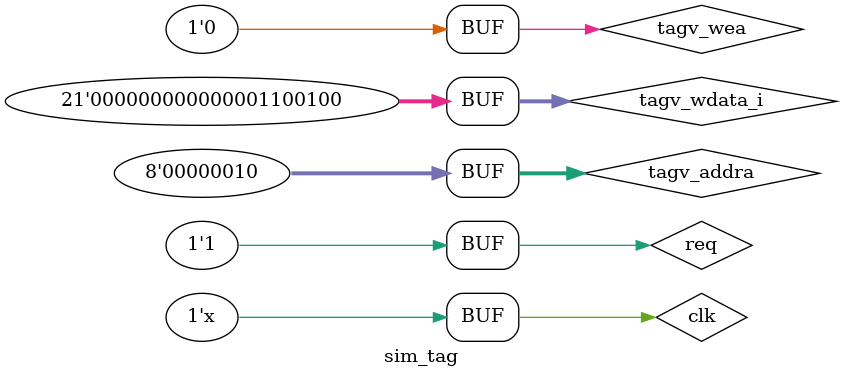
<source format=v>
`timescale 1ns / 1ps


module sim_tag(

    );
    
    reg clk;
    reg req;
    reg tagv_wea    ;
    reg [7:0]tagv_addra;
    reg [20:0]tagv_wdata_i;
    wire [20:0]tagv_rdata_o;
    
    
    
    initial begin
         clk=1;
         req=1'b0             ;
         tagv_wea =1'b0          ;
         #9 req=1'b1             ;
          tagv_wea =1'b1          ;
          tagv_addra = 8'd2       ;
          tagv_wdata_i = 21'd001  ;
         #5 tagv_wdata_i = 21'd100  ;
         #6  req = 1;
             tagv_wea =1'b0         ;
             tagv_wdata_i = 21'd000  ;
             tagv_addra = 8'd2 ; 
         #10 req = 1;
             tagv_wea =1'b0          ;
             tagv_wdata_i = 21'd1  ;
            tagv_addra = 8'd2 ; 
         #10 req = 1;
             tagv_wea =1'b0          ;
             tagv_wdata_i = 21'd0  ;
            tagv_addra = 8'd2 ; 
        #10 req = 1;
             tagv_wea =1'b0          ;
             tagv_wdata_i = 21'd0  ;
            tagv_addra = 8'd2 ; 
        # 100
            tagv_wdata_i = 21'd100  ;
    end
    always   #5
        begin
            clk = ~clk;
        end
        
        
      tagv_ram tagv_ram_item (                                                         
       .clka             ( clk         ),    // input wire clka                        
       .ena              ( req       ),      // input wire ena                       
       .wea              ( tagv_wea    ),      // input wire [0 : 0] wea               
       .addra            ( tagv_addra  ),  // input wire [7 : 0] addra                 
       .dina             ( tagv_wdata_i),    // input wire [20 : 0] dina               
       .douta            ( tagv_rdata_o)  // output wire [20 : 0] douta                
     );                                                                                
        
        
        
endmodule

</source>
